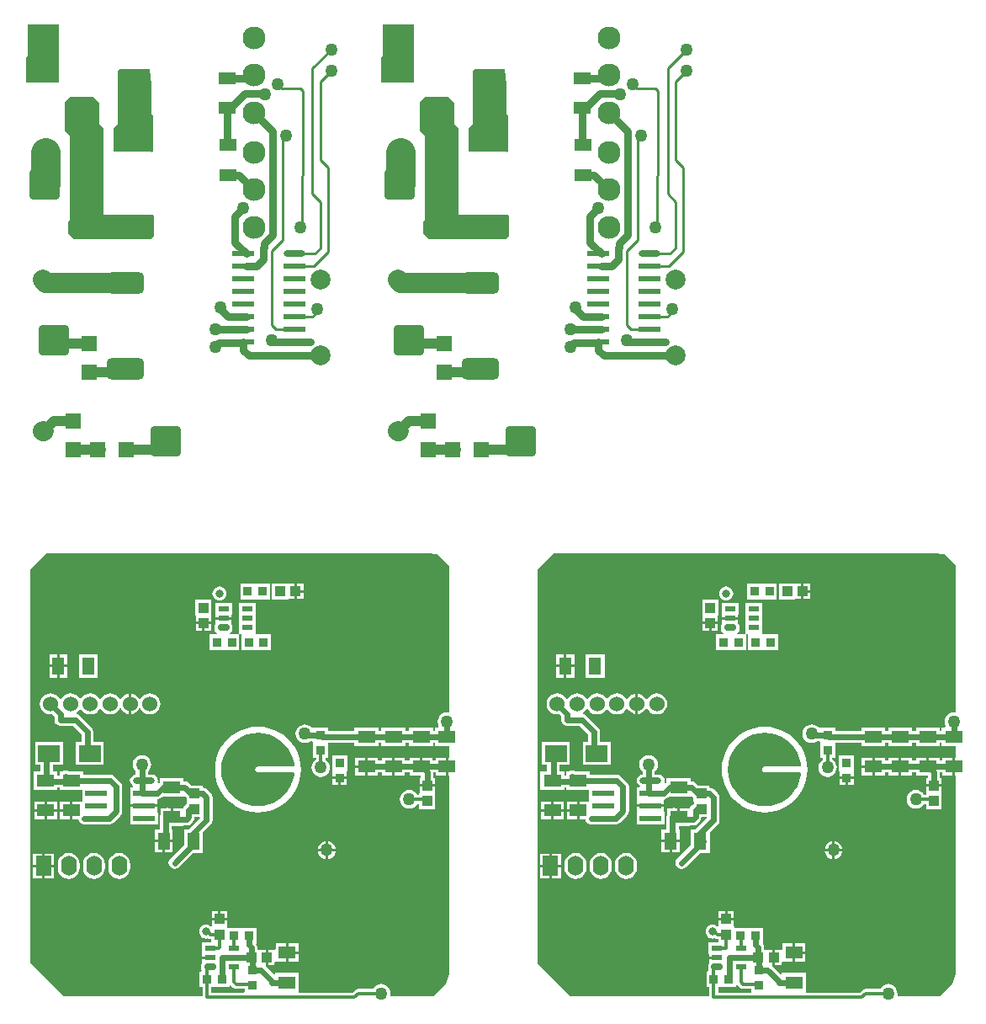
<source format=gbl>
G04 Layer_Physical_Order=2*
G04 Layer_Color=16711680*
%FSLAX44Y44*%
%MOMM*%
G71*
G01*
G75*
%ADD10R,1.8000X1.3000*%
G04:AMPARAMS|DCode=11|XSize=2.2mm|YSize=3.8mm|CornerRadius=0.55mm|HoleSize=0mm|Usage=FLASHONLY|Rotation=90.000|XOffset=0mm|YOffset=0mm|HoleType=Round|Shape=RoundedRectangle|*
%AMROUNDEDRECTD11*
21,1,2.2000,2.7000,0,0,90.0*
21,1,1.1000,3.8000,0,0,90.0*
1,1,1.1000,1.3500,0.5500*
1,1,1.1000,1.3500,-0.5500*
1,1,1.1000,-1.3500,-0.5500*
1,1,1.1000,-1.3500,0.5500*
%
%ADD11ROUNDEDRECTD11*%
%ADD12R,2.2000X0.6000*%
%ADD13O,2.2000X0.6000*%
%ADD14R,1.6500X1.6000*%
%ADD15R,1.6000X1.6500*%
G04:AMPARAMS|DCode=16|XSize=3mm|YSize=3mm|CornerRadius=0.3mm|HoleSize=0mm|Usage=FLASHONLY|Rotation=180.000|XOffset=0mm|YOffset=0mm|HoleType=Round|Shape=RoundedRectangle|*
%AMROUNDEDRECTD16*
21,1,3.0000,2.4000,0,0,180.0*
21,1,2.4000,3.0000,0,0,180.0*
1,1,0.6000,-1.2000,1.2000*
1,1,0.6000,1.2000,1.2000*
1,1,0.6000,1.2000,-1.2000*
1,1,0.6000,-1.2000,-1.2000*
%
%ADD16ROUNDEDRECTD16*%
%ADD17C,0.2540*%
%ADD18C,0.8000*%
%ADD19C,2.0000*%
%ADD20C,3.0000*%
%ADD21C,1.0000*%
G04:AMPARAMS|DCode=22|XSize=0.6mm|YSize=1.2mm|CornerRadius=0mm|HoleSize=0mm|Usage=FLASHONLY|Rotation=270.000|XOffset=0mm|YOffset=0mm|HoleType=Round|Shape=Octagon|*
%AMOCTAGOND22*
4,1,8,0.6000,0.1500,0.6000,-0.1500,0.4500,-0.3000,-0.4500,-0.3000,-0.6000,-0.1500,-0.6000,0.1500,-0.4500,0.3000,0.4500,0.3000,0.6000,0.1500,0.0*
%
%ADD22OCTAGOND22*%

%ADD23R,1.1000X0.6000*%
%ADD24R,1.0000X1.0500*%
%ADD25R,1.0500X1.0000*%
%ADD26R,0.9000X0.9500*%
%ADD27R,0.9500X0.9000*%
%ADD28R,2.2000X1.7000*%
%ADD29R,1.3000X1.8000*%
%ADD30C,0.6000*%
%ADD31C,0.3000*%
%ADD32C,2.3000*%
%ADD33C,2.0000*%
%ADD34C,1.2700*%
%ADD35O,1.6000X2.0000*%
%ADD36R,1.6000X2.0000*%
%ADD37C,1.5240*%
%ADD38C,0.8000*%
G36*
X75000Y905000D02*
Y884000D01*
X80000Y879000D01*
Y793000D01*
X129000D01*
X130000Y792000D01*
Y771000D01*
X127000Y768000D01*
X50000D01*
X45000Y773000D01*
X44000D01*
Y785000D01*
X46000Y787800D01*
Y872000D01*
X41000Y877000D01*
Y906000D01*
X46000Y911000D01*
X69000D01*
X75000Y905000D01*
D02*
G37*
G36*
X128000Y923000D02*
X128250Y906750D01*
X128000Y894000D01*
X129500Y893000D01*
Y881000D01*
Y857000D01*
X128000Y855500D01*
X127500Y856000D01*
X90000D01*
Y879000D01*
X94000Y884000D01*
Y937000D01*
X96000Y939000D01*
X126000D01*
X128000Y923000D01*
D02*
G37*
G36*
X35000Y983000D02*
Y981000D01*
Y928000D01*
Y927000D01*
X34000Y926000D01*
X2000D01*
Y951000D01*
X3000Y952000D01*
Y984000D01*
X35000D01*
Y983000D01*
D02*
G37*
G36*
X432300Y905000D02*
Y884000D01*
X437300Y879000D01*
Y793000D01*
X486300D01*
X487300Y792000D01*
Y771000D01*
X484300Y768000D01*
X407300D01*
X402300Y773000D01*
X401300D01*
Y785000D01*
X403300Y787800D01*
Y872000D01*
X398300Y877000D01*
Y906000D01*
X403300Y911000D01*
X426300D01*
X432300Y905000D01*
D02*
G37*
G36*
X485300Y923000D02*
X485550Y906750D01*
X485300Y894000D01*
X486800Y893000D01*
Y881000D01*
Y857000D01*
X485300Y855500D01*
X484800Y856000D01*
X447300D01*
Y879000D01*
X451300Y884000D01*
Y937000D01*
X453300Y939000D01*
X483300D01*
X485300Y923000D01*
D02*
G37*
G36*
X392300Y983000D02*
Y981000D01*
Y928000D01*
Y927000D01*
X391300Y926000D01*
X359300D01*
Y951000D01*
X360300Y952000D01*
Y984000D01*
X392300D01*
Y983000D01*
D02*
G37*
G36*
X415999Y451339D02*
X427307Y440032D01*
Y436032D01*
Y293163D01*
X426352Y292325D01*
X425307Y292463D01*
X422866Y292142D01*
X420591Y291200D01*
X418638Y289701D01*
X417139Y287748D01*
X416197Y285473D01*
X415876Y283032D01*
X416197Y280592D01*
X416938Y278802D01*
X416265Y277532D01*
X413307D01*
Y274150D01*
X411306D01*
Y277532D01*
X387307D01*
Y274150D01*
X383306D01*
Y277532D01*
X359306D01*
Y274150D01*
X356306D01*
Y277532D01*
X332307D01*
Y274150D01*
X306056D01*
Y277032D01*
X290557D01*
X290557Y277032D01*
Y277032D01*
X289313Y277260D01*
X288975Y277701D01*
X287022Y279200D01*
X284747Y280142D01*
X282306Y280463D01*
X279866Y280142D01*
X277591Y279200D01*
X275638Y277701D01*
X274139Y275748D01*
X273197Y273473D01*
X272876Y271032D01*
X273197Y268592D01*
X274139Y266317D01*
X275638Y264364D01*
X277591Y262865D01*
X279866Y261923D01*
X282306Y261602D01*
X284747Y261923D01*
X287022Y262865D01*
X287738Y263415D01*
X289658D01*
X290556Y262517D01*
Y262033D01*
X290556D01*
Y262032D01*
X290557D01*
Y247032D01*
X293718D01*
Y245252D01*
X293591Y245200D01*
X291638Y243701D01*
X290139Y241748D01*
X289197Y239473D01*
X288876Y237032D01*
X289197Y234592D01*
X290139Y232317D01*
X291638Y230364D01*
X293591Y228865D01*
X295866Y227923D01*
X298307Y227602D01*
X300747Y227923D01*
X303022Y228865D01*
X304975Y230364D01*
X306474Y232317D01*
X307416Y234592D01*
X307737Y237032D01*
X307416Y239473D01*
X306474Y241748D01*
X304975Y243701D01*
X303022Y245200D01*
X302895Y245252D01*
Y247032D01*
X306056D01*
Y261915D01*
X332307D01*
Y258532D01*
X356306D01*
Y261915D01*
X359306D01*
Y258532D01*
X383306D01*
Y261915D01*
X387307D01*
Y258532D01*
X411306D01*
Y261915D01*
X413307D01*
Y258532D01*
X427307D01*
Y247072D01*
X426576D01*
Y238032D01*
Y228992D01*
X427307D01*
Y29032D01*
X423849Y19575D01*
X411306Y7032D01*
X369447D01*
X368509Y8302D01*
X368736Y10032D01*
X368415Y12473D01*
X367473Y14748D01*
X365974Y16701D01*
X364021Y18200D01*
X361747Y19142D01*
X359306Y19463D01*
X356865Y19142D01*
X354590Y18200D01*
X352637Y16701D01*
X351138Y14748D01*
X351086Y14620D01*
X336306D01*
X334551Y14271D01*
X333062Y13277D01*
X330406Y10621D01*
X277171D01*
X276306Y11532D01*
Y30532D01*
X252306D01*
Y29343D01*
X251133Y28857D01*
X242768Y37222D01*
X242787Y37267D01*
Y46032D01*
Y53572D01*
X236807D01*
Y54032D01*
X234424D01*
Y56032D01*
X233958Y58373D01*
X233029Y59764D01*
X233307Y60282D01*
X233307D01*
Y75782D01*
X218307D01*
Y75782D01*
X218306D01*
Y75782D01*
X204306D01*
Y77532D01*
X203846D01*
Y83512D01*
X196306D01*
X188766D01*
Y78613D01*
X187602Y77566D01*
X187061Y77591D01*
X186337Y78147D01*
X184634Y78852D01*
X182806Y79093D01*
X180979Y78852D01*
X179276Y78147D01*
X177814Y77025D01*
X176692Y75563D01*
X175987Y73860D01*
X175746Y72032D01*
X175987Y70205D01*
X176692Y68502D01*
X177814Y67040D01*
X179276Y65918D01*
X180979Y65213D01*
X182806Y64972D01*
X184634Y65213D01*
X184813Y65287D01*
X185551Y64794D01*
X187306Y64444D01*
X188307D01*
Y61452D01*
X178536D01*
Y49452D01*
X178997D01*
Y47222D01*
X187036D01*
Y44682D01*
X178997D01*
Y40412D01*
X178997Y40412D01*
X178996D01*
X178036Y39452D01*
Y33452D01*
X178436Y33052D01*
X177910Y31782D01*
X176306D01*
Y16282D01*
X179218D01*
Y7032D01*
X39306D01*
X12306Y34032D01*
X6306Y40032D01*
X6306Y436032D01*
X22306Y452032D01*
X405307D01*
X415999Y451339D01*
D02*
G37*
G36*
X207792Y18058D02*
X210062Y15788D01*
X211551Y14793D01*
X213307Y14444D01*
X221556D01*
Y11032D01*
X220457Y10621D01*
X188395D01*
Y16282D01*
X190037D01*
X191306Y16282D01*
Y16282D01*
X191307D01*
Y16282D01*
X206306D01*
Y17996D01*
X207577Y18381D01*
X207792Y18058D01*
D02*
G37*
%LPC*%
G36*
X305576Y162832D02*
Y155302D01*
X313106D01*
X312968Y156353D01*
X312072Y158516D01*
X310647Y160373D01*
X308790Y161798D01*
X306627Y162694D01*
X305576Y162832D01*
D02*
G37*
G36*
X38807Y262532D02*
X10806D01*
Y239532D01*
X16189D01*
Y233532D01*
X9306D01*
Y214532D01*
X33306D01*
Y216915D01*
X35306D01*
Y214532D01*
X58306D01*
Y205382D01*
X58306D01*
Y204682D01*
X58306D01*
Y203072D01*
X48576D01*
Y194032D01*
Y184992D01*
X54386D01*
X54655Y183641D01*
X55981Y181657D01*
X57965Y180331D01*
X58306Y180263D01*
Y179982D01*
X59715D01*
X60307Y179865D01*
X85257D01*
X85848Y179982D01*
X86306D01*
Y180074D01*
X87598Y180331D01*
X89582Y181657D01*
X96632Y188707D01*
X97958Y190691D01*
X98424Y193032D01*
Y218032D01*
X97958Y220373D01*
X96632Y222358D01*
X90582Y228408D01*
X88598Y229734D01*
X86257Y230200D01*
X59306D01*
Y233532D01*
X43925D01*
X43698Y233684D01*
X41357Y234150D01*
X41307D01*
X38965Y233684D01*
X38738Y233532D01*
X35306D01*
Y229150D01*
X33306D01*
Y233532D01*
X28424D01*
Y239532D01*
X38807D01*
Y262532D01*
D02*
G37*
G36*
X303036Y162832D02*
X301986Y162694D01*
X299823Y161798D01*
X297966Y160373D01*
X296541Y158516D01*
X295645Y156353D01*
X295507Y155302D01*
X303036D01*
Y162832D01*
D02*
G37*
G36*
X149347Y161762D02*
X141576D01*
Y151492D01*
X149347D01*
Y161762D01*
D02*
G37*
G36*
X139037D02*
X131266D01*
Y151492D01*
X139037D01*
Y161762D01*
D02*
G37*
G36*
X133847Y197412D02*
X120306D01*
X106767D01*
Y193252D01*
X106766Y193142D01*
X106501Y191982D01*
X106306D01*
Y179982D01*
X134306D01*
Y191982D01*
X134112D01*
X133847Y193142D01*
X133847Y193252D01*
Y197412D01*
D02*
G37*
G36*
X118307Y249463D02*
X115866Y249142D01*
X113591Y248200D01*
X111638Y246701D01*
X110139Y244748D01*
X109197Y242473D01*
X108876Y240032D01*
X109197Y237592D01*
X110139Y235317D01*
X111638Y233364D01*
X112189Y232941D01*
Y230177D01*
X109965Y229734D01*
X107981Y228408D01*
X106655Y226423D01*
X106189Y224082D01*
X106655Y221741D01*
X107981Y219757D01*
X109633Y218652D01*
X109248Y217382D01*
X106306D01*
Y205382D01*
X106501D01*
X106766Y204222D01*
X106767Y204112D01*
Y199952D01*
X120306D01*
X133847D01*
Y204031D01*
X133847Y204222D01*
X134156Y205364D01*
X134248Y205382D01*
X134306D01*
Y205394D01*
X135998Y205730D01*
X137982Y207057D01*
X138458Y207532D01*
X160306D01*
Y207722D01*
X161480Y208208D01*
X163231Y206457D01*
X163307Y206406D01*
Y202532D01*
X163766D01*
Y200801D01*
X161981Y199608D01*
X160981Y198608D01*
X159655Y196623D01*
X159545Y196072D01*
X149577D01*
Y187032D01*
X147037D01*
Y196072D01*
X146315D01*
X146147Y196184D01*
X143806Y196650D01*
X141465Y196184D01*
X141298Y196072D01*
X136767D01*
Y189541D01*
X136655Y189373D01*
X136189Y187032D01*
Y174572D01*
X131266D01*
Y164302D01*
X140307D01*
X149347D01*
Y174572D01*
X148424D01*
Y177992D01*
X159846D01*
Y178915D01*
X163307D01*
X165648Y179380D01*
X167632Y180707D01*
X169632Y182707D01*
X170958Y184691D01*
X171424Y187032D01*
Y187492D01*
X176359D01*
X176845Y186222D01*
X165981Y175358D01*
X165763Y175032D01*
X160807D01*
Y159403D01*
X146981Y145577D01*
X145655Y143592D01*
X145189Y141251D01*
X145655Y138910D01*
X146981Y136925D01*
X148965Y135599D01*
X151306Y135134D01*
X153648Y135599D01*
X155632Y136925D01*
X169739Y151032D01*
X179806D01*
Y171881D01*
X187632Y179707D01*
X188958Y181691D01*
X189424Y184032D01*
Y207032D01*
X188958Y209373D01*
X187632Y211358D01*
X183882Y215108D01*
X181898Y216434D01*
X179557Y216900D01*
X179306D01*
Y219032D01*
X167958D01*
X165632Y221358D01*
X163648Y222684D01*
X161306Y223150D01*
X160306D01*
Y226532D01*
X136306D01*
Y222244D01*
X135207Y221509D01*
X134492Y221818D01*
X134055Y222229D01*
X134424Y224082D01*
X133958Y226423D01*
X132632Y228408D01*
X130648Y229734D01*
X128307Y230200D01*
X124424D01*
Y232941D01*
X124975Y233364D01*
X126474Y235317D01*
X127416Y237592D01*
X127737Y240032D01*
X127416Y242473D01*
X126474Y244748D01*
X124975Y246701D01*
X123022Y248200D01*
X120747Y249142D01*
X118307Y249463D01*
D02*
G37*
G36*
X235000Y278156D02*
X229367Y277787D01*
X223831Y276685D01*
X218485Y274871D01*
X213422Y272374D01*
X208728Y269238D01*
X204484Y265516D01*
X200762Y261272D01*
X197626Y256578D01*
X195129Y251515D01*
X193315Y246170D01*
X192213Y240633D01*
X191844Y235000D01*
X192213Y229367D01*
X193315Y223831D01*
X195129Y218485D01*
X197626Y213422D01*
X200762Y208728D01*
X204484Y204484D01*
X208728Y200762D01*
X213422Y197626D01*
X218485Y195129D01*
X223831Y193315D01*
X229367Y192213D01*
X235000Y191844D01*
X240633Y192213D01*
X246170Y193315D01*
X251515Y195129D01*
X256578Y197626D01*
X261272Y200762D01*
X265516Y204484D01*
X269238Y208728D01*
X272374Y213422D01*
X274871Y218485D01*
X276685Y223831D01*
X277787Y229367D01*
X278156Y235000D01*
X277787Y240633D01*
X276685Y246170D01*
X274871Y251515D01*
X272374Y256578D01*
X269238Y261272D01*
X265516Y265516D01*
X261272Y269238D01*
X256578Y272374D01*
X251515Y274871D01*
X246170Y276685D01*
X240633Y277787D01*
X235000Y278156D01*
D02*
G37*
G36*
X20036Y203072D02*
X9766D01*
Y195302D01*
X20036D01*
Y203072D01*
D02*
G37*
G36*
Y192762D02*
X9766D01*
Y184992D01*
X20036D01*
Y192762D01*
D02*
G37*
G36*
X32846D02*
X22576D01*
Y184992D01*
X32846D01*
Y192762D01*
D02*
G37*
G36*
X46037D02*
X35766D01*
Y184992D01*
X46037D01*
Y192762D01*
D02*
G37*
G36*
X313106Y152762D02*
X305576D01*
Y145233D01*
X306627Y145371D01*
X308790Y146267D01*
X310647Y147692D01*
X312072Y149549D01*
X312968Y151712D01*
X313106Y152762D01*
D02*
G37*
G36*
X195037Y92572D02*
X188766D01*
Y86052D01*
X195037D01*
Y92572D01*
D02*
G37*
G36*
X203846D02*
X197577D01*
Y86052D01*
X203846D01*
Y92572D01*
D02*
G37*
G36*
X44707Y151127D02*
X41835Y150749D01*
X39159Y149641D01*
X36861Y147878D01*
X35098Y145580D01*
X33990Y142904D01*
X33612Y140032D01*
Y136032D01*
X33990Y133161D01*
X35098Y130485D01*
X36861Y128187D01*
X39159Y126424D01*
X41835Y125316D01*
X44707Y124937D01*
X47578Y125316D01*
X50254Y126424D01*
X52552Y128187D01*
X54315Y130485D01*
X55423Y133161D01*
X55801Y136032D01*
Y140032D01*
X55423Y142904D01*
X54315Y145580D01*
X52552Y147878D01*
X50254Y149641D01*
X47578Y150749D01*
X44707Y151127D01*
D02*
G37*
G36*
X263036Y60072D02*
X252766D01*
Y54417D01*
X251847Y53572D01*
X251497Y53572D01*
X245326D01*
Y46032D01*
Y38492D01*
X251847D01*
Y41147D01*
X252766Y41992D01*
X253116Y41992D01*
X263036D01*
Y51032D01*
Y60072D01*
D02*
G37*
G36*
X275847Y49762D02*
X265576D01*
Y41992D01*
X275847D01*
Y49762D01*
D02*
G37*
G36*
Y60072D02*
X265576D01*
Y52302D01*
X275847D01*
Y60072D01*
D02*
G37*
G36*
X70107Y151127D02*
X67235Y150749D01*
X64559Y149641D01*
X62261Y147878D01*
X60498Y145580D01*
X59390Y142904D01*
X59012Y140032D01*
Y136032D01*
X59390Y133161D01*
X60498Y130485D01*
X62261Y128187D01*
X64559Y126424D01*
X67235Y125316D01*
X70107Y124937D01*
X72978Y125316D01*
X75654Y126424D01*
X77952Y128187D01*
X79715Y130485D01*
X80823Y133161D01*
X81201Y136032D01*
Y140032D01*
X80823Y142904D01*
X79715Y145580D01*
X77952Y147878D01*
X75654Y149641D01*
X72978Y150749D01*
X70107Y151127D01*
D02*
G37*
G36*
X18037Y150572D02*
X8766D01*
Y139302D01*
X18037D01*
Y150572D01*
D02*
G37*
G36*
X29846D02*
X20577D01*
Y139302D01*
X29846D01*
Y150572D01*
D02*
G37*
G36*
X303036Y152762D02*
X295507D01*
X295645Y151712D01*
X296541Y149549D01*
X297966Y147692D01*
X299823Y146267D01*
X301986Y145371D01*
X303036Y145233D01*
Y152762D01*
D02*
G37*
G36*
X95506Y151127D02*
X92635Y150749D01*
X89959Y149641D01*
X87661Y147878D01*
X85898Y145580D01*
X84790Y142904D01*
X84412Y140032D01*
Y136032D01*
X84790Y133161D01*
X85898Y130485D01*
X87661Y128187D01*
X89959Y126424D01*
X92635Y125316D01*
X95506Y124937D01*
X98378Y125316D01*
X101054Y126424D01*
X103352Y128187D01*
X105115Y130485D01*
X106223Y133161D01*
X106601Y136032D01*
Y140032D01*
X106223Y142904D01*
X105115Y145580D01*
X103352Y147878D01*
X101054Y149641D01*
X98378Y150749D01*
X95506Y151127D01*
D02*
G37*
G36*
X18037Y136762D02*
X8766D01*
Y125492D01*
X18037D01*
Y136762D01*
D02*
G37*
G36*
X29846D02*
X20577D01*
Y125492D01*
X29846D01*
Y136762D01*
D02*
G37*
G36*
X32846Y203072D02*
X22576D01*
Y195302D01*
X32846D01*
Y203072D01*
D02*
G37*
G36*
X232806Y402532D02*
X215807D01*
Y390532D01*
Y381032D01*
Y372052D01*
X215806Y371533D01*
X214847Y370782D01*
X207353D01*
X206826Y372052D01*
X209306Y374532D01*
Y380532D01*
X208347Y381493D01*
X208347D01*
X208346Y381493D01*
Y385762D01*
X200306D01*
X192267D01*
Y381493D01*
X192266Y381493D01*
X192266D01*
X191306Y380532D01*
Y374532D01*
X193787Y372052D01*
X193260Y370782D01*
X186306D01*
Y355282D01*
X200037D01*
X201306Y355282D01*
X202577Y355282D01*
X216306D01*
Y370262D01*
X216306Y370782D01*
X217266Y371532D01*
X217347D01*
X218306Y370782D01*
X218306Y370262D01*
Y355282D01*
X232036D01*
X233306Y355282D01*
X234576Y355282D01*
X248306D01*
Y370782D01*
X233766Y370782D01*
X233039Y371350D01*
X232806Y371845D01*
X232806Y372052D01*
Y381032D01*
Y390532D01*
Y402532D01*
D02*
G37*
G36*
X179036Y381012D02*
X172766D01*
Y374492D01*
X179036D01*
Y381012D01*
D02*
G37*
G36*
X187846D02*
X181576D01*
Y374492D01*
X187846D01*
Y381012D01*
D02*
G37*
G36*
X43347Y337762D02*
X35577D01*
Y327492D01*
X43347D01*
Y337762D01*
D02*
G37*
G36*
X33036Y350572D02*
X25266D01*
Y340302D01*
X33036D01*
Y350572D01*
D02*
G37*
G36*
X43347D02*
X35577D01*
Y340302D01*
X43347D01*
Y350572D01*
D02*
G37*
G36*
X188306Y406032D02*
X172306D01*
Y389532D01*
X172766D01*
Y383552D01*
X180306D01*
X187846D01*
Y389532D01*
X188306D01*
Y406032D01*
D02*
G37*
G36*
X232306Y421782D02*
X231036Y421782D01*
X217306D01*
Y406282D01*
X231036D01*
X232306Y406282D01*
X233577Y406282D01*
X247306D01*
Y421782D01*
X233577D01*
X232306Y421782D01*
D02*
G37*
G36*
X280847Y412762D02*
X274326D01*
Y406492D01*
X280847D01*
Y412762D01*
D02*
G37*
G36*
Y421572D02*
X274326D01*
Y415302D01*
X280847D01*
Y421572D01*
D02*
G37*
G36*
X208806Y402532D02*
X191807D01*
Y390532D01*
X192267D01*
Y388302D01*
X200306D01*
X208346D01*
Y390532D01*
X208806D01*
Y402532D01*
D02*
G37*
G36*
X196306Y419093D02*
X194479Y418852D01*
X192776Y418147D01*
X191314Y417025D01*
X190192Y415563D01*
X189487Y413860D01*
X189246Y412032D01*
X189487Y410205D01*
X190192Y408502D01*
X191314Y407040D01*
X192776Y405918D01*
X194479Y405213D01*
X196306Y404972D01*
X198134Y405213D01*
X199837Y405918D01*
X201299Y407040D01*
X202421Y408502D01*
X203126Y410205D01*
X203367Y412032D01*
X203126Y413860D01*
X202421Y415563D01*
X201299Y417025D01*
X199837Y418147D01*
X198134Y418852D01*
X196306Y419093D01*
D02*
G37*
G36*
X265807Y422032D02*
X249307D01*
Y406032D01*
X265807D01*
Y406492D01*
X271786D01*
Y414032D01*
Y421572D01*
X265807D01*
Y422032D01*
D02*
G37*
G36*
X33036Y337762D02*
X25266D01*
Y327492D01*
X33036D01*
Y337762D01*
D02*
G37*
G36*
X325056Y249032D02*
X309557D01*
Y234652D01*
X309557Y234032D01*
X310016Y232953D01*
Y227802D01*
X317306D01*
X324596D01*
Y232953D01*
X325056Y234032D01*
X325056Y234652D01*
Y249032D01*
D02*
G37*
G36*
X343036Y236762D02*
X332766D01*
Y228992D01*
X343036D01*
Y236762D01*
D02*
G37*
G36*
X46037Y203072D02*
X35766D01*
Y195302D01*
X46037D01*
Y203072D01*
D02*
G37*
G36*
X412846Y217512D02*
X405306D01*
X397766D01*
Y211532D01*
X397307D01*
Y209621D01*
X395526D01*
X395474Y209748D01*
X393975Y211701D01*
X392022Y213200D01*
X389747Y214142D01*
X387307Y214463D01*
X384866Y214142D01*
X382591Y213200D01*
X380638Y211701D01*
X379139Y209748D01*
X378197Y207473D01*
X377876Y205032D01*
X378197Y202592D01*
X379139Y200317D01*
X380638Y198364D01*
X382591Y196865D01*
X384866Y195923D01*
X387307Y195602D01*
X389747Y195923D01*
X392022Y196865D01*
X393975Y198364D01*
X395474Y200317D01*
X395526Y200444D01*
X397307D01*
Y195032D01*
X413307D01*
Y211532D01*
X412846D01*
Y217512D01*
D02*
G37*
G36*
X316036Y225262D02*
X310016D01*
Y219492D01*
X316036D01*
Y225262D01*
D02*
G37*
G36*
X324596D02*
X318577D01*
Y219492D01*
X324596D01*
Y225262D01*
D02*
G37*
G36*
X126306Y311744D02*
X123534Y311379D01*
X120951Y310309D01*
X118732Y308607D01*
X117030Y306388D01*
X116693Y305574D01*
X115422Y305574D01*
X115181Y306156D01*
X113553Y308279D01*
X111430Y309907D01*
X108959Y310931D01*
X107577Y311113D01*
Y301032D01*
Y290952D01*
X108959Y291134D01*
X111430Y292158D01*
X113553Y293786D01*
X115181Y295909D01*
X115422Y296491D01*
X116693Y296491D01*
X117030Y295677D01*
X118732Y293458D01*
X120951Y291756D01*
X123534Y290686D01*
X126306Y290321D01*
X129079Y290686D01*
X131662Y291756D01*
X133881Y293458D01*
X135583Y295677D01*
X136653Y298260D01*
X137018Y301032D01*
X136653Y303805D01*
X135583Y306388D01*
X133881Y308607D01*
X131662Y310309D01*
X129079Y311379D01*
X126306Y311744D01*
D02*
G37*
G36*
X86306D02*
X83534Y311379D01*
X80951Y310309D01*
X78732Y308607D01*
X77030Y306388D01*
X76941Y306175D01*
X75672D01*
X75583Y306388D01*
X73881Y308607D01*
X71662Y310309D01*
X69079Y311379D01*
X66307Y311744D01*
X63534Y311379D01*
X60951Y310309D01*
X58732Y308607D01*
X57030Y306388D01*
X56941Y306175D01*
X55672D01*
X55583Y306388D01*
X53881Y308607D01*
X51662Y310309D01*
X49079Y311379D01*
X46307Y311744D01*
X43534Y311379D01*
X40951Y310309D01*
X38732Y308607D01*
X37030Y306388D01*
X36941Y306175D01*
X35672D01*
X35583Y306388D01*
X33881Y308607D01*
X31662Y310309D01*
X29079Y311379D01*
X26307Y311744D01*
X23534Y311379D01*
X20951Y310309D01*
X18732Y308607D01*
X17030Y306388D01*
X15960Y303805D01*
X15595Y301032D01*
X15960Y298260D01*
X17030Y295677D01*
X18732Y293458D01*
X20951Y291756D01*
X23534Y290686D01*
X26307Y290321D01*
X28127Y290560D01*
X30189Y288498D01*
Y285032D01*
X30655Y282691D01*
X31981Y280707D01*
X33965Y279380D01*
X36307Y278915D01*
X48773D01*
X57189Y270498D01*
Y262532D01*
X51807D01*
Y239532D01*
X79806D01*
Y262532D01*
X69424D01*
Y273032D01*
X68958Y275373D01*
X67632Y277358D01*
X55632Y289358D01*
X53648Y290684D01*
X52619Y290889D01*
X52302Y292247D01*
X53881Y293458D01*
X55583Y295677D01*
X55672Y295890D01*
X56941D01*
X57030Y295677D01*
X58732Y293458D01*
X60951Y291756D01*
X63534Y290686D01*
X66307Y290321D01*
X69079Y290686D01*
X71662Y291756D01*
X73881Y293458D01*
X75583Y295677D01*
X75672Y295890D01*
X76941D01*
X77030Y295677D01*
X78732Y293458D01*
X80951Y291756D01*
X83534Y290686D01*
X86306Y290321D01*
X89079Y290686D01*
X91662Y291756D01*
X93881Y293458D01*
X95583Y295677D01*
X95920Y296491D01*
X97190D01*
X97432Y295909D01*
X99060Y293786D01*
X101183Y292158D01*
X103654Y291134D01*
X105036Y290952D01*
Y301032D01*
Y311113D01*
X103654Y310931D01*
X101183Y309907D01*
X99060Y308279D01*
X97432Y306156D01*
X97190Y305574D01*
X95920D01*
X95583Y306388D01*
X93881Y308607D01*
X91662Y310309D01*
X89079Y311379D01*
X86306Y311744D01*
D02*
G37*
G36*
X73807Y351032D02*
X54806D01*
Y327032D01*
X73807D01*
Y351032D01*
D02*
G37*
G36*
X343036Y247072D02*
X332766D01*
Y239302D01*
X343036D01*
Y247072D01*
D02*
G37*
G36*
X370037D02*
X359767D01*
Y244150D01*
X355846D01*
Y247072D01*
X345577D01*
Y238032D01*
Y228992D01*
X355846D01*
Y231915D01*
X359767D01*
Y228992D01*
X370037D01*
Y238032D01*
Y247072D01*
D02*
G37*
G36*
X424036D02*
X413767D01*
Y244150D01*
X410846D01*
Y247072D01*
X400577D01*
Y238032D01*
X398036D01*
Y247072D01*
X387766D01*
Y244150D01*
X382846D01*
Y247072D01*
X372576D01*
Y238032D01*
Y228992D01*
X382846D01*
Y231915D01*
X387766D01*
Y228992D01*
X399189D01*
Y226572D01*
X397766D01*
Y220052D01*
X405306D01*
X412846D01*
Y226572D01*
X411424D01*
Y231915D01*
X413767D01*
Y228992D01*
X424036D01*
Y238032D01*
Y247072D01*
D02*
G37*
%LPD*%
G36*
X240776Y271469D02*
X246410Y270116D01*
X251763Y267899D01*
X256703Y264872D01*
X261109Y261109D01*
X264872Y256703D01*
X267899Y251763D01*
X270116Y246410D01*
X271469Y240776D01*
X271609Y238995D01*
X270746Y238062D01*
X235309Y238091D01*
X235308Y238091D01*
X235306Y238091D01*
X234715Y237973D01*
X234138Y237859D01*
X234137Y237859D01*
X234136Y237858D01*
X233643Y237529D01*
X233145Y237197D01*
X233145Y237196D01*
X233144Y237195D01*
X232813Y236700D01*
X232481Y236205D01*
X232481Y236204D01*
X232481Y236203D01*
X232360Y235599D01*
X232248Y235035D01*
X232248Y235034D01*
X232248Y235032D01*
X232365Y234441D01*
X232480Y233864D01*
X232480Y233863D01*
X232481Y233862D01*
X232805Y233376D01*
X233142Y232871D01*
X233143Y232871D01*
X233144Y232869D01*
X233176Y232837D01*
X234168Y232174D01*
X235339Y231941D01*
X235339Y231941D01*
X270747D01*
X271609Y231009D01*
X271469Y229224D01*
X270116Y223590D01*
X267899Y218237D01*
X264872Y213297D01*
X261109Y208891D01*
X256703Y205128D01*
X251763Y202101D01*
X246410Y199884D01*
X240776Y198531D01*
X235000Y198077D01*
X229224Y198531D01*
X223590Y199884D01*
X218237Y202101D01*
X213297Y205128D01*
X208891Y208891D01*
X205128Y213297D01*
X202101Y218237D01*
X199884Y223590D01*
X198531Y229224D01*
X198077Y235000D01*
X198531Y240776D01*
X199884Y246410D01*
X202101Y251763D01*
X205128Y256703D01*
X208891Y261109D01*
X213297Y264872D01*
X218237Y267899D01*
X223590Y270116D01*
X229224Y271469D01*
X235000Y271923D01*
X240776Y271469D01*
D02*
G37*
G36*
X925999Y451339D02*
X937307Y440032D01*
Y436032D01*
Y293163D01*
X936352Y292325D01*
X935306Y292463D01*
X932866Y292142D01*
X930591Y291200D01*
X928638Y289701D01*
X927139Y287748D01*
X926197Y285473D01*
X925876Y283032D01*
X926197Y280592D01*
X926938Y278802D01*
X926265Y277532D01*
X923307D01*
Y274150D01*
X921306D01*
Y277532D01*
X897307D01*
Y274150D01*
X893306D01*
Y277532D01*
X869306D01*
Y274150D01*
X866306D01*
Y277532D01*
X842307D01*
Y274150D01*
X816057D01*
Y277032D01*
X800556D01*
X800556Y277032D01*
Y277032D01*
X799313Y277260D01*
X798975Y277701D01*
X797022Y279200D01*
X794747Y280142D01*
X792307Y280463D01*
X789866Y280142D01*
X787591Y279200D01*
X785638Y277701D01*
X784139Y275748D01*
X783197Y273473D01*
X782876Y271032D01*
X783197Y268592D01*
X784139Y266317D01*
X785638Y264364D01*
X787591Y262865D01*
X789866Y261923D01*
X792307Y261602D01*
X794747Y261923D01*
X797022Y262865D01*
X797738Y263415D01*
X799658D01*
X800556Y262517D01*
Y262033D01*
X800556D01*
Y262032D01*
X800556D01*
Y247032D01*
X803718D01*
Y245252D01*
X803591Y245200D01*
X801638Y243701D01*
X800139Y241748D01*
X799197Y239473D01*
X798876Y237032D01*
X799197Y234592D01*
X800139Y232317D01*
X801638Y230364D01*
X803591Y228865D01*
X805866Y227923D01*
X808307Y227602D01*
X810747Y227923D01*
X813022Y228865D01*
X814975Y230364D01*
X816474Y232317D01*
X817416Y234592D01*
X817737Y237032D01*
X817416Y239473D01*
X816474Y241748D01*
X814975Y243701D01*
X813022Y245200D01*
X812895Y245252D01*
Y247032D01*
X816057D01*
Y261915D01*
X842307D01*
Y258532D01*
X866306D01*
Y261915D01*
X869306D01*
Y258532D01*
X893306D01*
Y261915D01*
X897307D01*
Y258532D01*
X921306D01*
Y261915D01*
X923307D01*
Y258532D01*
X937307D01*
Y247072D01*
X936577D01*
Y238032D01*
Y228992D01*
X937307D01*
Y29032D01*
X933849Y19575D01*
X921307Y7032D01*
X879447D01*
X878509Y8302D01*
X878736Y10032D01*
X878415Y12473D01*
X877473Y14748D01*
X875974Y16701D01*
X874021Y18200D01*
X871747Y19142D01*
X869306Y19463D01*
X866865Y19142D01*
X864590Y18200D01*
X862637Y16701D01*
X861139Y14748D01*
X861086Y14620D01*
X846307D01*
X844551Y14271D01*
X843062Y13277D01*
X840406Y10621D01*
X787171D01*
X786307Y11532D01*
Y30532D01*
X762307D01*
Y29343D01*
X761133Y28857D01*
X752768Y37222D01*
X752786Y37267D01*
Y46032D01*
Y53572D01*
X746806D01*
Y54032D01*
X744424D01*
Y56032D01*
X743958Y58373D01*
X743029Y59764D01*
X743307Y60282D01*
X743307D01*
Y75782D01*
X728307D01*
Y75782D01*
X728306D01*
Y75782D01*
X714306D01*
Y77532D01*
X713847D01*
Y83512D01*
X706307D01*
X698766D01*
Y78613D01*
X697602Y77566D01*
X697061Y77591D01*
X696337Y78147D01*
X694634Y78852D01*
X692806Y79093D01*
X690979Y78852D01*
X689276Y78147D01*
X687814Y77025D01*
X686692Y75563D01*
X685987Y73860D01*
X685746Y72032D01*
X685987Y70205D01*
X686692Y68502D01*
X687814Y67040D01*
X689276Y65918D01*
X690979Y65213D01*
X692806Y64972D01*
X694634Y65213D01*
X694813Y65287D01*
X695551Y64794D01*
X697307Y64444D01*
X698307D01*
Y61452D01*
X688537D01*
Y49452D01*
X688997D01*
Y47222D01*
X697037D01*
Y44682D01*
X688997D01*
Y40412D01*
X688997Y40412D01*
X688996D01*
X688036Y39452D01*
Y33452D01*
X688436Y33052D01*
X687910Y31782D01*
X686307D01*
Y16282D01*
X689218D01*
Y7032D01*
X549306D01*
X522307Y34032D01*
X516306Y40032D01*
X516306Y436032D01*
X532307Y452032D01*
X915306D01*
X925999Y451339D01*
D02*
G37*
G36*
X717792Y18058D02*
X720062Y15788D01*
X721551Y14793D01*
X723307Y14444D01*
X731556D01*
Y11032D01*
X730457Y10621D01*
X698395D01*
Y16282D01*
X700036D01*
X701306Y16282D01*
Y16282D01*
X701307D01*
Y16282D01*
X716307D01*
Y17996D01*
X717577Y18381D01*
X717792Y18058D01*
D02*
G37*
%LPC*%
G36*
X815576Y162832D02*
Y155302D01*
X823106D01*
X822968Y156353D01*
X822072Y158516D01*
X820647Y160373D01*
X818790Y161798D01*
X816627Y162694D01*
X815576Y162832D01*
D02*
G37*
G36*
X548806Y262532D02*
X520807D01*
Y239532D01*
X526189D01*
Y233532D01*
X519306D01*
Y214532D01*
X543306D01*
Y216915D01*
X545307D01*
Y214532D01*
X568307D01*
Y205382D01*
X568306D01*
Y204682D01*
X568307D01*
Y203072D01*
X558577D01*
Y194032D01*
Y184992D01*
X564386D01*
X564655Y183641D01*
X565981Y181657D01*
X567965Y180331D01*
X568307Y180263D01*
Y179982D01*
X569715D01*
X570307Y179865D01*
X595257D01*
X595847Y179982D01*
X596306D01*
Y180074D01*
X597598Y180331D01*
X599582Y181657D01*
X606632Y188707D01*
X607958Y190691D01*
X608424Y193032D01*
Y218032D01*
X607958Y220373D01*
X606632Y222358D01*
X600582Y228408D01*
X598598Y229734D01*
X596256Y230200D01*
X569306D01*
Y233532D01*
X553925D01*
X553698Y233684D01*
X551357Y234150D01*
X551306D01*
X548965Y233684D01*
X548738Y233532D01*
X545307D01*
Y229150D01*
X543306D01*
Y233532D01*
X538424D01*
Y239532D01*
X548806D01*
Y262532D01*
D02*
G37*
G36*
X813036Y162832D02*
X811986Y162694D01*
X809823Y161798D01*
X807966Y160373D01*
X806541Y158516D01*
X805645Y156353D01*
X805507Y155302D01*
X813036D01*
Y162832D01*
D02*
G37*
G36*
X659346Y161762D02*
X651577D01*
Y151492D01*
X659346D01*
Y161762D01*
D02*
G37*
G36*
X649036D02*
X641266D01*
Y151492D01*
X649036D01*
Y161762D01*
D02*
G37*
G36*
X643847Y197412D02*
X630306D01*
X616767D01*
Y193252D01*
X616766Y193142D01*
X616501Y191982D01*
X616306D01*
Y179982D01*
X644306D01*
Y191982D01*
X644112D01*
X643847Y193142D01*
X643847Y193252D01*
Y197412D01*
D02*
G37*
G36*
X628307Y249463D02*
X625866Y249142D01*
X623591Y248200D01*
X621638Y246701D01*
X620139Y244748D01*
X619197Y242473D01*
X618876Y240032D01*
X619197Y237592D01*
X620139Y235317D01*
X621638Y233364D01*
X622189Y232941D01*
Y230177D01*
X619965Y229734D01*
X617981Y228408D01*
X616655Y226423D01*
X616189Y224082D01*
X616655Y221741D01*
X617981Y219757D01*
X619633Y218652D01*
X619248Y217382D01*
X616306D01*
Y205382D01*
X616501D01*
X616766Y204222D01*
X616767Y204112D01*
Y199952D01*
X630306D01*
X643847D01*
Y204031D01*
X643847Y204222D01*
X644156Y205364D01*
X644248Y205382D01*
X644306D01*
Y205394D01*
X645998Y205730D01*
X647982Y207057D01*
X648458Y207532D01*
X670306D01*
Y207722D01*
X671480Y208208D01*
X673231Y206457D01*
X673307Y206406D01*
Y202532D01*
X673766D01*
Y200801D01*
X671981Y199608D01*
X670981Y198608D01*
X669655Y196623D01*
X669545Y196072D01*
X659576D01*
Y187032D01*
X657037D01*
Y196072D01*
X656315D01*
X656148Y196184D01*
X653806Y196650D01*
X651465Y196184D01*
X651298Y196072D01*
X646767D01*
Y189541D01*
X646655Y189373D01*
X646189Y187032D01*
Y174572D01*
X641266D01*
Y164302D01*
X650306D01*
X659346D01*
Y174572D01*
X658424D01*
Y177992D01*
X669846D01*
Y178915D01*
X673307D01*
X675648Y179380D01*
X677632Y180707D01*
X679632Y182707D01*
X680958Y184691D01*
X681424Y187032D01*
Y187492D01*
X686359D01*
X686845Y186222D01*
X675981Y175358D01*
X675763Y175032D01*
X670807D01*
Y159403D01*
X656981Y145577D01*
X655655Y143592D01*
X655189Y141251D01*
X655655Y138910D01*
X656981Y136925D01*
X658965Y135599D01*
X661307Y135134D01*
X663648Y135599D01*
X665632Y136925D01*
X679739Y151032D01*
X689806D01*
Y171881D01*
X697632Y179707D01*
X698958Y181691D01*
X699424Y184032D01*
Y207032D01*
X698958Y209373D01*
X697632Y211358D01*
X693882Y215108D01*
X691898Y216434D01*
X689557Y216900D01*
X689306D01*
Y219032D01*
X677958D01*
X675632Y221358D01*
X673648Y222684D01*
X671307Y223150D01*
X670306D01*
Y226532D01*
X646307D01*
Y222244D01*
X645207Y221509D01*
X644492Y221818D01*
X644055Y222229D01*
X644424Y224082D01*
X643958Y226423D01*
X642632Y228408D01*
X640648Y229734D01*
X638307Y230200D01*
X634424D01*
Y232941D01*
X634975Y233364D01*
X636474Y235317D01*
X637416Y237592D01*
X637737Y240032D01*
X637416Y242473D01*
X636474Y244748D01*
X634975Y246701D01*
X633022Y248200D01*
X630747Y249142D01*
X628307Y249463D01*
D02*
G37*
G36*
X745000Y278156D02*
X739367Y277787D01*
X733830Y276685D01*
X728485Y274871D01*
X723422Y272374D01*
X718728Y269238D01*
X714484Y265516D01*
X710762Y261272D01*
X707626Y256578D01*
X705129Y251515D01*
X703315Y246170D01*
X702213Y240633D01*
X701844Y235000D01*
X702213Y229367D01*
X703315Y223831D01*
X705129Y218485D01*
X707626Y213422D01*
X710762Y208728D01*
X714484Y204484D01*
X718728Y200762D01*
X723422Y197626D01*
X728485Y195129D01*
X733830Y193315D01*
X739367Y192213D01*
X745000Y191844D01*
X750633Y192213D01*
X756170Y193315D01*
X761515Y195129D01*
X766578Y197626D01*
X771272Y200762D01*
X775516Y204484D01*
X779238Y208728D01*
X782374Y213422D01*
X784871Y218485D01*
X786685Y223831D01*
X787787Y229367D01*
X788156Y235000D01*
X787787Y240633D01*
X786685Y246170D01*
X784871Y251515D01*
X782374Y256578D01*
X779238Y261272D01*
X775516Y265516D01*
X771272Y269238D01*
X766578Y272374D01*
X761515Y274871D01*
X756170Y276685D01*
X750633Y277787D01*
X745000Y278156D01*
D02*
G37*
G36*
X530037Y203072D02*
X519767D01*
Y195302D01*
X530037D01*
Y203072D01*
D02*
G37*
G36*
Y192762D02*
X519767D01*
Y184992D01*
X530037D01*
Y192762D01*
D02*
G37*
G36*
X542846D02*
X532576D01*
Y184992D01*
X542846D01*
Y192762D01*
D02*
G37*
G36*
X556036D02*
X545766D01*
Y184992D01*
X556036D01*
Y192762D01*
D02*
G37*
G36*
X823106Y152762D02*
X815576D01*
Y145233D01*
X816627Y145371D01*
X818790Y146267D01*
X820647Y147692D01*
X822072Y149549D01*
X822968Y151712D01*
X823106Y152762D01*
D02*
G37*
G36*
X705036Y92572D02*
X698766D01*
Y86052D01*
X705036D01*
Y92572D01*
D02*
G37*
G36*
X713847D02*
X707577D01*
Y86052D01*
X713847D01*
Y92572D01*
D02*
G37*
G36*
X554706Y151127D02*
X551835Y150749D01*
X549159Y149641D01*
X546861Y147878D01*
X545098Y145580D01*
X543990Y142904D01*
X543612Y140032D01*
Y136032D01*
X543990Y133161D01*
X545098Y130485D01*
X546861Y128187D01*
X549159Y126424D01*
X551835Y125316D01*
X554706Y124937D01*
X557578Y125316D01*
X560254Y126424D01*
X562552Y128187D01*
X564315Y130485D01*
X565423Y133161D01*
X565801Y136032D01*
Y140032D01*
X565423Y142904D01*
X564315Y145580D01*
X562552Y147878D01*
X560254Y149641D01*
X557578Y150749D01*
X554706Y151127D01*
D02*
G37*
G36*
X773036Y60072D02*
X762766D01*
Y54417D01*
X761846Y53572D01*
X761497Y53572D01*
X755327D01*
Y46032D01*
Y38492D01*
X761846D01*
Y41147D01*
X762766Y41992D01*
X763117Y41992D01*
X773036D01*
Y51032D01*
Y60072D01*
D02*
G37*
G36*
X785846Y49762D02*
X775576D01*
Y41992D01*
X785846D01*
Y49762D01*
D02*
G37*
G36*
Y60072D02*
X775576D01*
Y52302D01*
X785846D01*
Y60072D01*
D02*
G37*
G36*
X580107Y151127D02*
X577235Y150749D01*
X574559Y149641D01*
X572261Y147878D01*
X570498Y145580D01*
X569390Y142904D01*
X569012Y140032D01*
Y136032D01*
X569390Y133161D01*
X570498Y130485D01*
X572261Y128187D01*
X574559Y126424D01*
X577235Y125316D01*
X580107Y124937D01*
X582978Y125316D01*
X585654Y126424D01*
X587952Y128187D01*
X589715Y130485D01*
X590823Y133161D01*
X591201Y136032D01*
Y140032D01*
X590823Y142904D01*
X589715Y145580D01*
X587952Y147878D01*
X585654Y149641D01*
X582978Y150749D01*
X580107Y151127D01*
D02*
G37*
G36*
X528036Y150572D02*
X518767D01*
Y139302D01*
X528036D01*
Y150572D01*
D02*
G37*
G36*
X539846D02*
X530577D01*
Y139302D01*
X539846D01*
Y150572D01*
D02*
G37*
G36*
X813036Y152762D02*
X805507D01*
X805645Y151712D01*
X806541Y149549D01*
X807966Y147692D01*
X809823Y146267D01*
X811986Y145371D01*
X813036Y145233D01*
Y152762D01*
D02*
G37*
G36*
X605507Y151127D02*
X602635Y150749D01*
X599959Y149641D01*
X597661Y147878D01*
X595898Y145580D01*
X594790Y142904D01*
X594412Y140032D01*
Y136032D01*
X594790Y133161D01*
X595898Y130485D01*
X597661Y128187D01*
X599959Y126424D01*
X602635Y125316D01*
X605507Y124937D01*
X608378Y125316D01*
X611054Y126424D01*
X613352Y128187D01*
X615115Y130485D01*
X616223Y133161D01*
X616601Y136032D01*
Y140032D01*
X616223Y142904D01*
X615115Y145580D01*
X613352Y147878D01*
X611054Y149641D01*
X608378Y150749D01*
X605507Y151127D01*
D02*
G37*
G36*
X528036Y136762D02*
X518767D01*
Y125492D01*
X528036D01*
Y136762D01*
D02*
G37*
G36*
X539846D02*
X530577D01*
Y125492D01*
X539846D01*
Y136762D01*
D02*
G37*
G36*
X542846Y203072D02*
X532576D01*
Y195302D01*
X542846D01*
Y203072D01*
D02*
G37*
G36*
X742806Y402532D02*
X725807D01*
Y390532D01*
Y381032D01*
Y372052D01*
X725806Y371533D01*
X724847Y370782D01*
X717353D01*
X716826Y372052D01*
X719306Y374532D01*
Y380532D01*
X718346Y381493D01*
X718346D01*
X718346Y381493D01*
Y385762D01*
X710306D01*
X702266D01*
Y381493D01*
X702266Y381493D01*
X702266D01*
X701307Y380532D01*
Y374532D01*
X703786Y372052D01*
X703260Y370782D01*
X696307D01*
Y355282D01*
X710036D01*
X711306Y355282D01*
X712577Y355282D01*
X726306D01*
Y370262D01*
X726307Y370782D01*
X727266Y371532D01*
X727347D01*
X728306Y370782D01*
X728306Y370262D01*
Y355282D01*
X742036D01*
X743306Y355282D01*
X744576Y355282D01*
X758306D01*
Y370782D01*
X743766Y370782D01*
X743039Y371350D01*
X742806Y371845D01*
X742806Y372052D01*
Y381032D01*
Y390532D01*
Y402532D01*
D02*
G37*
G36*
X689036Y381012D02*
X682766D01*
Y374492D01*
X689036D01*
Y381012D01*
D02*
G37*
G36*
X697846D02*
X691576D01*
Y374492D01*
X697846D01*
Y381012D01*
D02*
G37*
G36*
X553346Y337762D02*
X545577D01*
Y327492D01*
X553346D01*
Y337762D01*
D02*
G37*
G36*
X543036Y350572D02*
X535266D01*
Y340302D01*
X543036D01*
Y350572D01*
D02*
G37*
G36*
X553346D02*
X545577D01*
Y340302D01*
X553346D01*
Y350572D01*
D02*
G37*
G36*
X698306Y406032D02*
X682307D01*
Y389532D01*
X682766D01*
Y383552D01*
X690306D01*
X697846D01*
Y389532D01*
X698306D01*
Y406032D01*
D02*
G37*
G36*
X742307Y421782D02*
X741037Y421782D01*
X727307D01*
Y406282D01*
X741037D01*
X742306Y406282D01*
X743577Y406282D01*
X757307D01*
Y421782D01*
X743577D01*
X742307Y421782D01*
D02*
G37*
G36*
X790846Y412762D02*
X784326D01*
Y406492D01*
X790846D01*
Y412762D01*
D02*
G37*
G36*
Y421572D02*
X784326D01*
Y415302D01*
X790846D01*
Y421572D01*
D02*
G37*
G36*
X718806Y402532D02*
X701806D01*
Y390532D01*
X702266D01*
Y388302D01*
X710306D01*
X718346D01*
Y390532D01*
X718806D01*
Y402532D01*
D02*
G37*
G36*
X706307Y419093D02*
X704479Y418852D01*
X702776Y418147D01*
X701314Y417025D01*
X700192Y415563D01*
X699487Y413860D01*
X699246Y412032D01*
X699487Y410205D01*
X700192Y408502D01*
X701314Y407040D01*
X702776Y405918D01*
X704479Y405213D01*
X706307Y404972D01*
X708134Y405213D01*
X709837Y405918D01*
X711299Y407040D01*
X712421Y408502D01*
X713126Y410205D01*
X713367Y412032D01*
X713126Y413860D01*
X712421Y415563D01*
X711299Y417025D01*
X709837Y418147D01*
X708134Y418852D01*
X706307Y419093D01*
D02*
G37*
G36*
X775806Y422032D02*
X759306D01*
Y406032D01*
X775806D01*
Y406492D01*
X781786D01*
Y414032D01*
Y421572D01*
X775806D01*
Y422032D01*
D02*
G37*
G36*
X543036Y337762D02*
X535266D01*
Y327492D01*
X543036D01*
Y337762D01*
D02*
G37*
G36*
X835057Y249032D02*
X819557D01*
Y234652D01*
X819557Y234032D01*
X820016Y232953D01*
Y227802D01*
X827307D01*
X834596D01*
Y232953D01*
X835057Y234032D01*
X835057Y234652D01*
Y249032D01*
D02*
G37*
G36*
X853036Y236762D02*
X842766D01*
Y228992D01*
X853036D01*
Y236762D01*
D02*
G37*
G36*
X556036Y203072D02*
X545766D01*
Y195302D01*
X556036D01*
Y203072D01*
D02*
G37*
G36*
X922847Y217512D02*
X915306D01*
X907766D01*
Y211532D01*
X907307D01*
Y209621D01*
X905526D01*
X905474Y209748D01*
X903975Y211701D01*
X902022Y213200D01*
X899747Y214142D01*
X897307Y214463D01*
X894866Y214142D01*
X892591Y213200D01*
X890638Y211701D01*
X889139Y209748D01*
X888197Y207473D01*
X887876Y205032D01*
X888197Y202592D01*
X889139Y200317D01*
X890638Y198364D01*
X892591Y196865D01*
X894866Y195923D01*
X897307Y195602D01*
X899747Y195923D01*
X902022Y196865D01*
X903975Y198364D01*
X905474Y200317D01*
X905526Y200444D01*
X907307D01*
Y195032D01*
X923307D01*
Y211532D01*
X922847D01*
Y217512D01*
D02*
G37*
G36*
X826037Y225262D02*
X820016D01*
Y219492D01*
X826037D01*
Y225262D01*
D02*
G37*
G36*
X834596D02*
X828577D01*
Y219492D01*
X834596D01*
Y225262D01*
D02*
G37*
G36*
X636306Y311744D02*
X633534Y311379D01*
X630951Y310309D01*
X628732Y308607D01*
X627030Y306388D01*
X626693Y305574D01*
X625423Y305574D01*
X625181Y306156D01*
X623553Y308279D01*
X621430Y309907D01*
X618959Y310931D01*
X617576Y311113D01*
Y301032D01*
Y290952D01*
X618959Y291134D01*
X621430Y292158D01*
X623553Y293786D01*
X625181Y295909D01*
X625423Y296491D01*
X626693Y296491D01*
X627030Y295677D01*
X628732Y293458D01*
X630951Y291756D01*
X633534Y290686D01*
X636306Y290321D01*
X639079Y290686D01*
X641662Y291756D01*
X643881Y293458D01*
X645583Y295677D01*
X646653Y298260D01*
X647018Y301032D01*
X646653Y303805D01*
X645583Y306388D01*
X643881Y308607D01*
X641662Y310309D01*
X639079Y311379D01*
X636306Y311744D01*
D02*
G37*
G36*
X596306D02*
X593534Y311379D01*
X590951Y310309D01*
X588732Y308607D01*
X587030Y306388D01*
X586941Y306175D01*
X585672D01*
X585583Y306388D01*
X583881Y308607D01*
X581662Y310309D01*
X579079Y311379D01*
X576306Y311744D01*
X573534Y311379D01*
X570951Y310309D01*
X568732Y308607D01*
X567030Y306388D01*
X566941Y306175D01*
X565672D01*
X565583Y306388D01*
X563881Y308607D01*
X561662Y310309D01*
X559079Y311379D01*
X556306Y311744D01*
X553534Y311379D01*
X550951Y310309D01*
X548732Y308607D01*
X547030Y306388D01*
X546941Y306175D01*
X545672D01*
X545583Y306388D01*
X543881Y308607D01*
X541662Y310309D01*
X539079Y311379D01*
X536306Y311744D01*
X533534Y311379D01*
X530951Y310309D01*
X528732Y308607D01*
X527030Y306388D01*
X525960Y303805D01*
X525595Y301032D01*
X525960Y298260D01*
X527030Y295677D01*
X528732Y293458D01*
X530951Y291756D01*
X533534Y290686D01*
X536306Y290321D01*
X538127Y290560D01*
X540189Y288498D01*
Y285032D01*
X540655Y282691D01*
X541981Y280707D01*
X543965Y279380D01*
X546306Y278915D01*
X558773D01*
X567189Y270498D01*
Y262532D01*
X561806D01*
Y239532D01*
X589807D01*
Y262532D01*
X579424D01*
Y273032D01*
X578958Y275373D01*
X577632Y277358D01*
X565632Y289358D01*
X563648Y290684D01*
X562619Y290889D01*
X562302Y292247D01*
X563881Y293458D01*
X565583Y295677D01*
X565672Y295890D01*
X566941D01*
X567030Y295677D01*
X568732Y293458D01*
X570951Y291756D01*
X573534Y290686D01*
X576306Y290321D01*
X579079Y290686D01*
X581662Y291756D01*
X583881Y293458D01*
X585583Y295677D01*
X585672Y295890D01*
X586941D01*
X587030Y295677D01*
X588732Y293458D01*
X590951Y291756D01*
X593534Y290686D01*
X596306Y290321D01*
X599079Y290686D01*
X601662Y291756D01*
X603881Y293458D01*
X605583Y295677D01*
X605920Y296491D01*
X607190D01*
X607432Y295909D01*
X609060Y293786D01*
X611183Y292158D01*
X613654Y291134D01*
X615037Y290952D01*
Y301032D01*
Y311113D01*
X613654Y310931D01*
X611183Y309907D01*
X609060Y308279D01*
X607432Y306156D01*
X607190Y305574D01*
X605920D01*
X605583Y306388D01*
X603881Y308607D01*
X601662Y310309D01*
X599079Y311379D01*
X596306Y311744D01*
D02*
G37*
G36*
X583806Y351032D02*
X564807D01*
Y327032D01*
X583806D01*
Y351032D01*
D02*
G37*
G36*
X853036Y247072D02*
X842766D01*
Y239302D01*
X853036D01*
Y247072D01*
D02*
G37*
G36*
X880036D02*
X869766D01*
Y244150D01*
X865846D01*
Y247072D01*
X855576D01*
Y238032D01*
Y228992D01*
X865846D01*
Y231915D01*
X869766D01*
Y228992D01*
X880036D01*
Y238032D01*
Y247072D01*
D02*
G37*
G36*
X934036D02*
X923766D01*
Y244150D01*
X920846D01*
Y247072D01*
X910576D01*
Y238032D01*
X908036D01*
Y247072D01*
X897766D01*
Y244150D01*
X892846D01*
Y247072D01*
X882577D01*
Y238032D01*
Y228992D01*
X892846D01*
Y231915D01*
X897766D01*
Y228992D01*
X909189D01*
Y226572D01*
X907766D01*
Y220052D01*
X915306D01*
X922847D01*
Y226572D01*
X921424D01*
Y231915D01*
X923766D01*
Y228992D01*
X934036D01*
Y238032D01*
Y247072D01*
D02*
G37*
%LPD*%
G36*
X750776Y271469D02*
X756410Y270116D01*
X761763Y267899D01*
X766703Y264872D01*
X771109Y261109D01*
X774872Y256703D01*
X777899Y251763D01*
X780116Y246410D01*
X781469Y240776D01*
X781609Y238995D01*
X780747Y238062D01*
X745309Y238091D01*
X745308Y238091D01*
X745306Y238091D01*
X744715Y237973D01*
X744138Y237859D01*
X744137Y237859D01*
X744136Y237858D01*
X743643Y237529D01*
X743145Y237197D01*
X743145Y237196D01*
X743144Y237195D01*
X742813Y236700D01*
X742482Y236205D01*
X742481Y236204D01*
X742480Y236203D01*
X742360Y235599D01*
X742248Y235035D01*
X742248Y235034D01*
X742248Y235032D01*
X742365Y234441D01*
X742480Y233864D01*
X742480Y233863D01*
X742480Y233862D01*
X742805Y233376D01*
X743142Y232871D01*
X743143Y232871D01*
X743144Y232869D01*
X743176Y232837D01*
X744168Y232174D01*
X745339Y231941D01*
X745339Y231941D01*
X780747D01*
X781609Y231009D01*
X781469Y229224D01*
X780116Y223590D01*
X777899Y218237D01*
X774872Y213297D01*
X771109Y208891D01*
X766703Y205128D01*
X761763Y202101D01*
X756410Y199884D01*
X750776Y198531D01*
X745000Y198077D01*
X739224Y198531D01*
X733590Y199884D01*
X728237Y202101D01*
X723297Y205128D01*
X718891Y208891D01*
X715128Y213297D01*
X712101Y218237D01*
X709884Y223590D01*
X708531Y229224D01*
X708077Y235000D01*
X708531Y240776D01*
X709884Y246410D01*
X712101Y251763D01*
X715128Y256703D01*
X718891Y261109D01*
X723297Y264872D01*
X728237Y267899D01*
X733590Y270116D01*
X739224Y271469D01*
X745000Y271923D01*
X750776Y271469D01*
D02*
G37*
D10*
X204000Y930000D02*
D03*
Y900000D02*
D03*
X205000Y833000D02*
D03*
Y863000D02*
D03*
X561300Y930000D02*
D03*
Y900000D02*
D03*
X562300Y833000D02*
D03*
Y863000D02*
D03*
X148307Y217032D02*
D03*
Y187032D02*
D03*
X47306Y224032D02*
D03*
Y194032D02*
D03*
X21307Y224032D02*
D03*
Y194032D02*
D03*
X264307Y21032D02*
D03*
Y51032D02*
D03*
X425307Y268032D02*
D03*
Y238032D02*
D03*
X399306Y268032D02*
D03*
Y238032D02*
D03*
X371306Y268032D02*
D03*
Y238032D02*
D03*
X344306Y268032D02*
D03*
Y238032D02*
D03*
X658307Y217032D02*
D03*
Y187032D02*
D03*
X557307Y224032D02*
D03*
Y194032D02*
D03*
X531306Y224032D02*
D03*
Y194032D02*
D03*
X774306Y21032D02*
D03*
Y51032D02*
D03*
X935306Y268032D02*
D03*
Y238032D02*
D03*
X909306Y268032D02*
D03*
Y238032D02*
D03*
X881307Y268032D02*
D03*
Y238032D02*
D03*
X854306Y268032D02*
D03*
Y238032D02*
D03*
D11*
X102000Y637500D02*
D03*
Y724500D02*
D03*
X109000Y781500D02*
D03*
Y868500D02*
D03*
X459300Y637500D02*
D03*
Y724500D02*
D03*
X466300Y781500D02*
D03*
Y868500D02*
D03*
D12*
X220250Y664550D02*
D03*
Y677250D02*
D03*
Y689950D02*
D03*
Y702650D02*
D03*
Y715350D02*
D03*
Y728050D02*
D03*
Y740750D02*
D03*
Y753450D02*
D03*
X271750Y664550D02*
D03*
Y677250D02*
D03*
Y689950D02*
D03*
Y702650D02*
D03*
Y715350D02*
D03*
Y728050D02*
D03*
Y740750D02*
D03*
X577550Y664550D02*
D03*
Y677250D02*
D03*
Y689950D02*
D03*
Y702650D02*
D03*
Y715350D02*
D03*
Y728050D02*
D03*
Y740750D02*
D03*
Y753450D02*
D03*
X629050Y664550D02*
D03*
Y677250D02*
D03*
Y689950D02*
D03*
Y702650D02*
D03*
Y715350D02*
D03*
Y728050D02*
D03*
Y740750D02*
D03*
X72306Y185982D02*
D03*
Y198682D02*
D03*
Y211382D02*
D03*
Y224082D02*
D03*
X120307Y185982D02*
D03*
Y198682D02*
D03*
Y211382D02*
D03*
X582307Y185982D02*
D03*
Y198682D02*
D03*
Y211382D02*
D03*
Y224082D02*
D03*
X630307Y185982D02*
D03*
Y198682D02*
D03*
Y211382D02*
D03*
D13*
X271750Y753450D02*
D03*
X629050D02*
D03*
X120307Y224082D02*
D03*
X630307D02*
D03*
D14*
X65000Y663500D02*
D03*
Y634500D02*
D03*
X49000Y556500D02*
D03*
Y585500D02*
D03*
X422300Y663500D02*
D03*
Y634500D02*
D03*
X406300Y556500D02*
D03*
Y585500D02*
D03*
D15*
X102500Y557000D02*
D03*
X73500D02*
D03*
X459800D02*
D03*
X430800D02*
D03*
D16*
X30000Y667000D02*
D03*
X18310Y941000D02*
D03*
X142000Y565000D02*
D03*
X20000Y823000D02*
D03*
X109000Y922000D02*
D03*
X387300Y667000D02*
D03*
X375610Y941000D02*
D03*
X499300Y565000D02*
D03*
X377300Y823000D02*
D03*
X466300Y922000D02*
D03*
D17*
X291419Y740750D02*
X306000Y755331D01*
Y839999D01*
X295000Y695000D02*
Y698000D01*
X289950Y689950D02*
X295000Y695000D01*
X271750Y689950D02*
X289950D01*
X278000Y780500D02*
X279380Y781880D01*
Y831380D01*
X298310Y759310D02*
Y805690D01*
X292450Y753450D02*
X298310Y759310D01*
X274750Y753450D02*
X292450D01*
X290000Y814000D02*
X298310Y805690D01*
X298000Y847999D02*
X306000Y839999D01*
X274750Y740750D02*
X291419D01*
X253380Y677620D02*
X271380D01*
X271750Y677250D01*
X249000Y682000D02*
X253380Y677620D01*
X249000Y682000D02*
Y756000D01*
X260000Y767000D01*
X271750Y677250D02*
X274750D01*
X298000Y847999D02*
Y926999D01*
X309000Y938000D01*
X290000Y814000D02*
Y940000D01*
X309000Y959000D01*
X280540Y832540D02*
Y917461D01*
X278000Y920000D02*
X280540Y917461D01*
X259000Y920000D02*
X278000D01*
X255000Y924000D02*
X259000Y920000D01*
X279380Y831380D02*
X280540Y832540D01*
X260000Y767000D02*
Y869000D01*
X263000Y872000D01*
X648719Y740750D02*
X663300Y755331D01*
Y839999D01*
X652300Y695000D02*
Y698000D01*
X647250Y689950D02*
X652300Y695000D01*
X629050Y689950D02*
X647250D01*
X635300Y780500D02*
X636680Y781880D01*
Y831380D01*
X655610Y759310D02*
Y805690D01*
X649750Y753450D02*
X655610Y759310D01*
X632050Y753450D02*
X649750D01*
X647300Y814000D02*
X655610Y805690D01*
X655300Y847999D02*
X663300Y839999D01*
X632050Y740750D02*
X648719D01*
X610680Y677620D02*
X628680D01*
X629050Y677250D01*
X606300Y682000D02*
X610680Y677620D01*
X606300Y682000D02*
Y756000D01*
X617300Y767000D01*
X629050Y677250D02*
X632050D01*
X655300Y847999D02*
Y926999D01*
X666300Y938000D01*
X647300Y814000D02*
Y940000D01*
X666300Y959000D01*
X637840Y832540D02*
Y917461D01*
X635300Y920000D02*
X637840Y917461D01*
X616300Y920000D02*
X635300D01*
X612300Y924000D02*
X616300Y920000D01*
X636680Y831380D02*
X637840Y832540D01*
X617300Y767000D02*
Y869000D01*
X620300Y872000D01*
D18*
X220250Y656750D02*
Y663900D01*
X195900D02*
X220250D01*
X192000Y660000D02*
X195900Y663900D01*
X220250D02*
Y664550D01*
X192000Y677250D02*
X223250D01*
X241000Y759696D02*
Y763837D01*
X240730Y759426D02*
X241000Y759696D01*
X240730Y747730D02*
Y759426D01*
X233750Y740750D02*
X240730Y747730D01*
X241000Y763837D02*
X249500Y772337D01*
X223250Y740750D02*
X233750D01*
X204000Y900000D02*
X207700D01*
X204000Y864000D02*
X205000Y863000D01*
X204000Y864000D02*
Y900000D01*
X216000Y833000D02*
X231000Y818000D01*
X205000Y833000D02*
X216000D01*
X211850Y790836D02*
X220264Y799250D01*
X211850Y764850D02*
Y790836D01*
Y764850D02*
X223250Y753450D01*
X251450Y664550D02*
X287550D01*
X249000Y667000D02*
X251450Y664550D01*
X197000Y698000D02*
Y700000D01*
Y698000D02*
X205050Y689950D01*
X223250D01*
X249500Y772337D02*
Y877000D01*
X231000Y895500D02*
X249500Y877000D01*
X220250Y656750D02*
X225740Y651260D01*
X298310D01*
X204000Y930000D02*
X228000D01*
X231000Y933000D01*
X222200Y914500D02*
X238663D01*
X207700Y900000D02*
X222200Y914500D01*
X238163Y914000D02*
X238663Y914500D01*
X241999Y914000D02*
X242000Y913999D01*
X238163Y914000D02*
X241999D01*
X577550Y656750D02*
Y663900D01*
X553200D02*
X577550D01*
X549300Y660000D02*
X553200Y663900D01*
X577550D02*
Y664550D01*
X549300Y677250D02*
X580550D01*
X598300Y759696D02*
Y763837D01*
X598030Y759426D02*
X598300Y759696D01*
X598030Y747730D02*
Y759426D01*
X591050Y740750D02*
X598030Y747730D01*
X598300Y763837D02*
X606800Y772337D01*
X580550Y740750D02*
X591050D01*
X561300Y900000D02*
X565000D01*
X561300Y864000D02*
X562300Y863000D01*
X561300Y864000D02*
Y900000D01*
X573300Y833000D02*
X588300Y818000D01*
X562300Y833000D02*
X573300D01*
X569150Y790836D02*
X577564Y799250D01*
X569150Y764850D02*
Y790836D01*
Y764850D02*
X580550Y753450D01*
X608750Y664550D02*
X644850D01*
X606300Y667000D02*
X608750Y664550D01*
X554300Y698000D02*
Y700000D01*
Y698000D02*
X562350Y689950D01*
X580550D01*
X606800Y772337D02*
Y877000D01*
X588300Y895500D02*
X606800Y877000D01*
X577550Y656750D02*
X583040Y651260D01*
X655610D01*
X561300Y930000D02*
X585300D01*
X588300Y933000D01*
X579500Y914500D02*
X595963D01*
X565000Y900000D02*
X579500Y914500D01*
X595463Y914000D02*
X595963Y914500D01*
X599299Y914000D02*
X599300Y913999D01*
X595463Y914000D02*
X599299D01*
D19*
X18310Y941000D02*
X21000Y943690D01*
Y970500D01*
X57000Y781500D02*
X63000Y787500D01*
X56000Y780500D02*
X57000Y781500D01*
X63000Y787500D02*
Y872000D01*
X56000Y879000D02*
X63000Y872000D01*
X56000Y879000D02*
Y895500D01*
X57000Y781500D02*
X109000D01*
Y868500D02*
Y922000D01*
X18310Y575060D02*
X19560D01*
X18310Y727460D02*
X21270Y724500D01*
X102000D01*
X375610Y941000D02*
X378300Y943690D01*
Y970500D01*
X414300Y781500D02*
X420300Y787500D01*
X413300Y780500D02*
X414300Y781500D01*
X420300Y787500D02*
Y872000D01*
X413300Y879000D02*
X420300Y872000D01*
X413300Y879000D02*
Y895500D01*
X414300Y781500D02*
X466300D01*
Y868500D02*
Y922000D01*
X375610Y575060D02*
X376860D01*
X375610Y727460D02*
X378570Y724500D01*
X459300D01*
D20*
X20000Y823000D02*
X21000Y824000D01*
Y855500D01*
X377300Y823000D02*
X378300Y824000D01*
Y855500D01*
D21*
X19560Y575060D02*
X30000Y585500D01*
X49000D01*
Y556500D02*
X77000D01*
X102500Y557000D02*
X134000D01*
X142000Y565000D01*
X65000Y634500D02*
X99000D01*
X30000Y667000D02*
X33500Y663500D01*
X65000D01*
X376860Y575060D02*
X387300Y585500D01*
X406300D01*
Y556500D02*
X434300D01*
X459800Y557000D02*
X491300D01*
X499300Y565000D01*
X422300Y634500D02*
X456300D01*
X387300Y667000D02*
X390800Y663500D01*
X422300D01*
D22*
X187036Y36452D02*
D03*
X200306Y377532D02*
D03*
X697037Y36452D02*
D03*
X710306Y377532D02*
D03*
D23*
X187036Y45952D02*
D03*
Y55452D02*
D03*
X211036D02*
D03*
Y45952D02*
D03*
Y36452D02*
D03*
X200306Y387032D02*
D03*
Y396532D02*
D03*
X224307D02*
D03*
Y387032D02*
D03*
Y377532D02*
D03*
X697037Y45952D02*
D03*
Y55452D02*
D03*
X721037D02*
D03*
Y45952D02*
D03*
Y36452D02*
D03*
X710306Y387032D02*
D03*
Y396532D02*
D03*
X734306D02*
D03*
Y387032D02*
D03*
Y377532D02*
D03*
D24*
X180306Y397782D02*
D03*
Y382282D02*
D03*
X171306Y210782D02*
D03*
Y195282D02*
D03*
X196306Y69282D02*
D03*
Y84782D02*
D03*
X405307Y203282D02*
D03*
Y218782D02*
D03*
X690306Y397782D02*
D03*
Y382282D02*
D03*
X681307Y210782D02*
D03*
Y195282D02*
D03*
X706307Y69282D02*
D03*
Y84782D02*
D03*
X915306Y203282D02*
D03*
Y218782D02*
D03*
D25*
X228556Y46032D02*
D03*
X244056D02*
D03*
X257556Y414032D02*
D03*
X273057D02*
D03*
X738557Y46032D02*
D03*
X754056D02*
D03*
X767557Y414032D02*
D03*
X783056D02*
D03*
D26*
X208806Y363032D02*
D03*
X193806D02*
D03*
X225806D02*
D03*
X240807D02*
D03*
X224806Y414032D02*
D03*
X239806D02*
D03*
X198806Y24032D02*
D03*
X183806D02*
D03*
X210807Y68032D02*
D03*
X225807D02*
D03*
X718807Y363032D02*
D03*
X703806D02*
D03*
X735806D02*
D03*
X750806D02*
D03*
X734807Y414032D02*
D03*
X749807D02*
D03*
X708807Y24032D02*
D03*
X693807D02*
D03*
X720807Y68032D02*
D03*
X735807D02*
D03*
D27*
X229307Y18532D02*
D03*
Y33532D02*
D03*
X317306Y241532D02*
D03*
Y226532D02*
D03*
X298307Y254532D02*
D03*
Y269532D02*
D03*
X739306Y18532D02*
D03*
Y33532D02*
D03*
X827307Y241532D02*
D03*
Y226532D02*
D03*
X808307Y254532D02*
D03*
Y269532D02*
D03*
D28*
X65806Y251032D02*
D03*
X24806D02*
D03*
X575807D02*
D03*
X534806D02*
D03*
D29*
X64307Y339032D02*
D03*
X34306D02*
D03*
X170306Y163032D02*
D03*
X140307D02*
D03*
X574306Y339032D02*
D03*
X544306D02*
D03*
X680306Y163032D02*
D03*
X650306D02*
D03*
D30*
X44257Y223032D02*
X45282Y224057D01*
X22306Y223032D02*
X44257D01*
X118307Y211382D02*
X133657D01*
X60307Y185982D02*
X85257D01*
X165306Y194282D02*
X166306Y195282D01*
X165306Y187032D02*
Y194282D01*
X163307Y185032D02*
X165306Y187032D01*
X149306Y185032D02*
X163307D01*
X142306Y171032D02*
Y187032D01*
X140307Y169032D02*
X142306Y171032D01*
X140307Y163032D02*
Y169032D01*
X144806Y189532D02*
X149306Y185032D01*
X161306Y217032D02*
X167556Y210782D01*
X140307Y217032D02*
X161306D01*
X133657Y211382D02*
X139306Y217032D01*
X143806Y190532D02*
X144806Y189532D01*
X142306Y187032D02*
X144806Y189532D01*
X26307Y301032D02*
X36307Y291032D01*
Y285032D02*
Y291032D01*
Y285032D02*
X51307D01*
X63306Y258532D02*
Y273032D01*
X51307Y285032D02*
X63306Y273032D01*
X151306Y141251D02*
X173088Y163032D01*
X167556Y210782D02*
X179557D01*
X183307Y207032D01*
X170306Y163032D02*
Y171032D01*
X183307Y184032D01*
Y207032D01*
X85257Y185982D02*
X92306Y193032D01*
X45307Y224082D02*
X86257D01*
X92306Y218032D01*
Y193032D02*
Y218032D01*
X399306Y268032D02*
X425307D01*
X371306D02*
X399306D01*
X344306D02*
X371306D01*
X425307D02*
Y283032D01*
X298307Y269532D02*
X299806Y268032D01*
X344306D01*
X399306Y238032D02*
X425307D01*
X371306D02*
X399306D01*
X344306D02*
X371306D01*
X405307Y218782D02*
Y232032D01*
X399306Y238032D02*
X405307Y232032D01*
X118307Y211382D02*
Y239032D01*
X283806Y269532D02*
X298307D01*
X282306Y271032D02*
X283806Y269532D01*
X211036Y45952D02*
X228476D01*
X228556Y46032D01*
X229307Y33532D02*
Y45282D01*
X199387Y45952D02*
X211036D01*
X199307Y46032D02*
X199387Y45952D01*
X199307Y24532D02*
Y46032D01*
X198806Y24032D02*
X199307Y24532D01*
X229307Y33532D02*
X237806D01*
X225807Y58532D02*
Y68032D01*
Y58532D02*
X228307Y56032D01*
Y46122D02*
Y56032D01*
X228556Y46032D02*
X229307Y45282D01*
X228307Y46122D02*
X228476Y45952D01*
X41307Y228032D02*
X41357D01*
X45307Y224082D01*
X22306Y248532D02*
X24806Y251032D01*
X20807Y248532D02*
Y251032D01*
X22306Y223032D02*
Y248532D01*
X237806Y33532D02*
X249307Y22032D01*
Y21032D02*
Y22032D01*
Y21032D02*
X264307D01*
X264307Y21032D01*
X554256Y223032D02*
X555281Y224057D01*
X532307Y223032D02*
X554256D01*
X628307Y211382D02*
X643656D01*
X570307Y185982D02*
X595257D01*
X675306Y194282D02*
X676307Y195282D01*
X675306Y187032D02*
Y194282D01*
X673307Y185032D02*
X675306Y187032D01*
X659306Y185032D02*
X673307D01*
X652307Y171032D02*
Y187032D01*
X650306Y169032D02*
X652307Y171032D01*
X650306Y163032D02*
Y169032D01*
X654807Y189532D02*
X659306Y185032D01*
X671307Y217032D02*
X677557Y210782D01*
X650306Y217032D02*
X671307D01*
X643656Y211382D02*
X649306Y217032D01*
X653807Y190532D02*
X654807Y189532D01*
X652307Y187032D02*
X654807Y189532D01*
X536306Y301032D02*
X546306Y291032D01*
Y285032D02*
Y291032D01*
Y285032D02*
X561306D01*
X573307Y258532D02*
Y273032D01*
X561306Y285032D02*
X573307Y273032D01*
X661307Y141251D02*
X683088Y163032D01*
X677557Y210782D02*
X689557D01*
X693307Y207032D01*
X680306Y163032D02*
Y171032D01*
X693307Y184032D01*
Y207032D01*
X595257Y185982D02*
X602307Y193032D01*
X555307Y224082D02*
X596256D01*
X602307Y218032D01*
Y193032D02*
Y218032D01*
X909306Y268032D02*
X935306D01*
X881307D02*
X909306D01*
X854306D02*
X881307D01*
X935306D02*
Y283032D01*
X808307Y269532D02*
X809807Y268032D01*
X854306D01*
X909306Y238032D02*
X935306D01*
X881307D02*
X909306D01*
X854306D02*
X881307D01*
X915306Y218782D02*
Y232032D01*
X909306Y238032D02*
X915306Y232032D01*
X628307Y211382D02*
Y239032D01*
X793807Y269532D02*
X808307D01*
X792307Y271032D02*
X793807Y269532D01*
X721037Y45952D02*
X738476D01*
X738557Y46032D01*
X739306Y33532D02*
Y45282D01*
X709387Y45952D02*
X721037D01*
X709306Y46032D02*
X709387Y45952D01*
X709306Y24532D02*
Y46032D01*
X708807Y24032D02*
X709306Y24532D01*
X739306Y33532D02*
X747806D01*
X735807Y58532D02*
Y68032D01*
Y58532D02*
X738307Y56032D01*
Y46122D02*
Y56032D01*
X738557Y46032D02*
X739306Y45282D01*
X738307Y46122D02*
X738476Y45952D01*
X551306Y228032D02*
X551357D01*
X555307Y224082D01*
X532307Y248532D02*
X534806Y251032D01*
X530807Y248532D02*
Y251032D01*
X532307Y223032D02*
Y248532D01*
X747806Y33532D02*
X759306Y22032D01*
Y21032D02*
Y22032D01*
Y21032D02*
X774306D01*
X774306Y21032D01*
D31*
X298307Y237032D02*
Y254532D01*
X387307Y205032D02*
X403557D01*
X405307Y203282D01*
X211036Y21302D02*
Y36452D01*
Y21302D02*
X213307Y19032D01*
X228806D01*
X229307Y18532D01*
X211036Y55452D02*
Y67802D01*
X210807Y68032D02*
X211036Y67802D01*
X183806Y33222D02*
X187036Y36452D01*
X183806Y24032D02*
Y33222D01*
X336306Y10032D02*
X359306D01*
X184307Y6032D02*
X332307D01*
X336306Y10032D01*
X187036Y55452D02*
X195726D01*
X196306Y56032D02*
Y69282D01*
X195726Y55452D02*
X196306Y56032D01*
X182806Y72032D02*
X184306D01*
X187306Y69032D01*
X196056D01*
X196306Y69282D01*
X183806Y6532D02*
Y24032D01*
Y6532D02*
X184307Y6032D01*
X808307Y237032D02*
Y254532D01*
X897307Y205032D02*
X913557D01*
X915306Y203282D01*
X721037Y21302D02*
Y36452D01*
Y21302D02*
X723307Y19032D01*
X738807D01*
X739306Y18532D01*
X721037Y55452D02*
Y67802D01*
X720807Y68032D02*
X721037Y67802D01*
X693807Y33222D02*
X697037Y36452D01*
X693807Y24032D02*
Y33222D01*
X846307Y10032D02*
X869306D01*
X694306Y6032D02*
X842307D01*
X846307Y10032D01*
X697037Y55452D02*
X705726D01*
X706307Y56032D02*
Y69282D01*
X705726Y55452D02*
X706307Y56032D01*
X692806Y72032D02*
X694306D01*
X697307Y69032D01*
X706056D01*
X706307Y69282D01*
X693807Y6532D02*
Y24032D01*
Y6532D02*
X694306Y6032D01*
D32*
X231000Y933000D02*
D03*
Y895500D02*
D03*
Y970500D02*
D03*
X56000Y895500D02*
D03*
X21000Y970500D02*
D03*
X231000Y818000D02*
D03*
Y780500D02*
D03*
Y855500D02*
D03*
X56000Y780500D02*
D03*
X21000Y855500D02*
D03*
X588300Y933000D02*
D03*
Y895500D02*
D03*
Y970500D02*
D03*
X413300Y895500D02*
D03*
X378300Y970500D02*
D03*
X588300Y818000D02*
D03*
Y780500D02*
D03*
Y855500D02*
D03*
X413300Y780500D02*
D03*
X378300Y855500D02*
D03*
D33*
X298310Y727460D02*
D03*
Y651260D02*
D03*
X18310Y727460D02*
D03*
Y575060D02*
D03*
X655610Y727460D02*
D03*
Y651260D02*
D03*
X375610Y727460D02*
D03*
Y575060D02*
D03*
D34*
X278000Y780500D02*
D03*
X295000Y698000D02*
D03*
X192000Y660000D02*
D03*
X220264Y799250D02*
D03*
X192000Y677250D02*
D03*
X249000Y667000D02*
D03*
X197000Y700000D02*
D03*
X242000Y913999D02*
D03*
X309000Y959000D02*
D03*
Y938000D02*
D03*
X255000Y924000D02*
D03*
X263000Y872000D02*
D03*
X635300Y780500D02*
D03*
X652300Y698000D02*
D03*
X549300Y660000D02*
D03*
X577564Y799250D02*
D03*
X549300Y677250D02*
D03*
X606300Y667000D02*
D03*
X554300Y700000D02*
D03*
X599300Y913999D02*
D03*
X666300Y959000D02*
D03*
Y938000D02*
D03*
X612300Y924000D02*
D03*
X620300Y872000D02*
D03*
X425307Y283032D02*
D03*
X118307Y240032D02*
D03*
X282306Y271032D02*
D03*
X298307Y237032D02*
D03*
X387307Y205032D02*
D03*
X359306Y10032D02*
D03*
X304307Y154032D02*
D03*
X935306Y283032D02*
D03*
X628307Y240032D02*
D03*
X792307Y271032D02*
D03*
X808307Y237032D02*
D03*
X897307Y205032D02*
D03*
X869306Y10032D02*
D03*
X814306Y154032D02*
D03*
D35*
X95506Y138032D02*
D03*
X70107D02*
D03*
X44707D02*
D03*
X605507D02*
D03*
X580107D02*
D03*
X554706D02*
D03*
D36*
X19306D02*
D03*
X529306D02*
D03*
D37*
X46307Y301032D02*
D03*
X66307D02*
D03*
X126306D02*
D03*
X26307D02*
D03*
X106306D02*
D03*
X86306D02*
D03*
X556306D02*
D03*
X576306D02*
D03*
X636306D02*
D03*
X536306D02*
D03*
X616306D02*
D03*
X596306D02*
D03*
D38*
X182806Y72032D02*
D03*
X196306Y412032D02*
D03*
X692806Y72032D02*
D03*
X706307Y412032D02*
D03*
M02*

</source>
